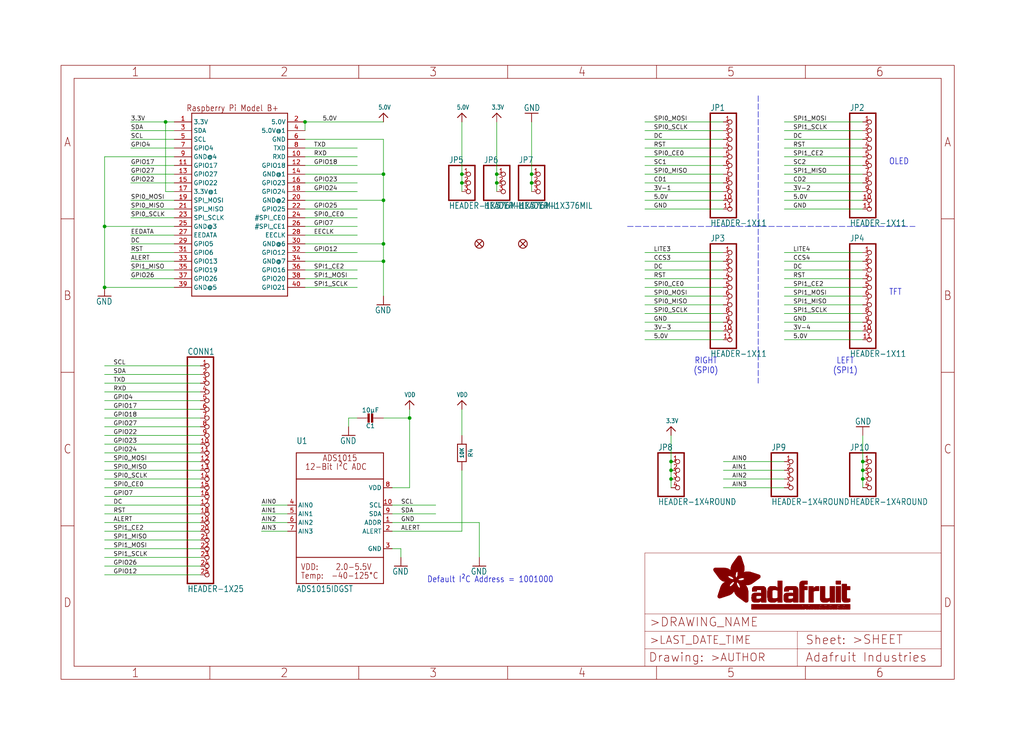
<source format=kicad_sch>
(kicad_sch (version 20211123) (generator eeschema)
  (paper "User" 298.45 217.881)
  (lib_symbols
    (symbol "eagleSchem-eagle-import:3.3V" (power)
      (property "Value" "3.3V" (at -1.524 1.016 0))
      (symbol "3.3V_1_0"
        (pin power_in line (at 0 -2.54 90) (length 2.54) (name "3.3V") (number "1"))
      )
    )
    (symbol "eagleSchem-eagle-import:5.0V" (power)
      (property "Value" "5.0V" (at -1.524 1.016 0))
      (symbol "5.0V_1_0"
        (pin power_in line (at 0 -2.54 90) (length 2.54) (name "5.0V") (number "1"))
      )
    )
    (symbol "eagleSchem-eagle-import:ADC_ADS1015"
      (property "Reference" "U" (at -12.7 20.32 0))
      (property "Value" "ADC_ADS1015" (at -12.7 -22.86 0))
      (symbol "ADC_ADS1015_1_0"
        (text "-40-125°C" (at -2.54 -19.05 0) (effects (font (size 1.778 1.5113)) (justify left bottom)))
        (text "12-Bit I²C ADC" (at -10.16 12.7 0) (effects (font (size 1.778 1.5113)) (justify left bottom)))
        (text "2.0-5.5V" (at -1.27 -16.51 0) (effects (font (size 1.778 1.5113)) (justify left bottom)))
        (text "ADS1015" (at -5.08 15.24 0) (effects (font (size 1.778 1.5113)) (justify left bottom)))
        (text "Temp:" (at -11.43 -19.05 0) (effects (font (size 1.778 1.5113)) (justify left bottom)))
        (text "VDD:" (at -11.43 -16.51 0) (effects (font (size 1.778 1.5113)) (justify left bottom)))
        (pin bidirectional line (at 15.24 -2.54 180) (length 2.54) (name "ADDR") (number "1"))
        (pin bidirectional line (at 15.24 2.54 180) (length 2.54) (name "SCL") (number "10"))
        (pin bidirectional line (at 15.24 -5.08 180) (length 2.54) (name "ALERT") (number "2"))
        (pin bidirectional line (at 15.24 -10.16 180) (length 2.54) (name "GND") (number "3"))
        (pin bidirectional line (at -15.24 2.54 0) (length 2.54) (name "AIN0") (number "4"))
        (pin bidirectional line (at -15.24 0 0) (length 2.54) (name "AIN1") (number "5"))
        (pin bidirectional line (at -15.24 -2.54 0) (length 2.54) (name "AIN2") (number "6"))
        (pin bidirectional line (at -15.24 -5.08 0) (length 2.54) (name "AIN3") (number "7"))
        (pin bidirectional line (at 15.24 7.62 180) (length 2.54) (name "VDD") (number "8"))
        (pin bidirectional line (at 15.24 0 180) (length 2.54) (name "SDA") (number "9"))
      )
    )
    (symbol "eagleSchem-eagle-import:CAP_CERAMIC0805-NOOUTLINE"
      (property "Reference" "C" (at -2.29 1.25 90))
      (property "Value" "CAP_CERAMIC0805-NOOUTLINE" (at 2.3 1.25 90))
      (symbol "CAP_CERAMIC0805-NOOUTLINE_1_0"
        (pin passive line (at 0 5.08 270) (length 2.54) (name "1") (number "1"))
        (pin passive line (at 0 -2.54 90) (length 2.54) (name "2") (number "2"))
      )
    )
    (symbol "eagleSchem-eagle-import:FIDUCIAL{dblquote}{dblquote}")
    (symbol "eagleSchem-eagle-import:FRAME_A4_ADAFRUIT"
      (symbol "FRAME_A4_ADAFRUIT_0_0"
        (text "1" (at 21.6958 1.905 0) (effects (font (size 2.54 2.286))))
        (text "1" (at 21.6958 177.165 0) (effects (font (size 2.54 2.286))))
        (text "2" (at 65.0875 1.905 0) (effects (font (size 2.54 2.286))))
        (text "2" (at 65.0875 177.165 0) (effects (font (size 2.54 2.286))))
        (text "3" (at 108.4792 1.905 0) (effects (font (size 2.54 2.286))))
        (text "3" (at 108.4792 177.165 0) (effects (font (size 2.54 2.286))))
        (text "4" (at 151.8708 1.905 0) (effects (font (size 2.54 2.286))))
        (text "4" (at 151.8708 177.165 0) (effects (font (size 2.54 2.286))))
        (text "5" (at 195.2625 1.905 0) (effects (font (size 2.54 2.286))))
        (text "5" (at 195.2625 177.165 0) (effects (font (size 2.54 2.286))))
        (text "6" (at 238.6542 1.905 0) (effects (font (size 2.54 2.286))))
        (text "6" (at 238.6542 177.165 0) (effects (font (size 2.54 2.286))))
        (text "A" (at 1.905 156.6863 0) (effects (font (size 2.54 2.286))))
        (text "A" (at 258.445 156.6863 0) (effects (font (size 2.54 2.286))))
        (text "B" (at 1.905 111.9188 0) (effects (font (size 2.54 2.286))))
        (text "B" (at 258.445 111.9188 0) (effects (font (size 2.54 2.286))))
        (text "C" (at 1.905 67.1513 0) (effects (font (size 2.54 2.286))))
        (text "C" (at 258.445 67.1513 0) (effects (font (size 2.54 2.286))))
        (text "D" (at 1.905 22.3838 0) (effects (font (size 2.54 2.286))))
        (text "D" (at 258.445 22.3838 0) (effects (font (size 2.54 2.286))))
      )
      (symbol "FRAME_A4_ADAFRUIT_1_0"
        (text ">AUTHOR" (at 189.23 5.08 0) (effects (font (size 2.286 2.286)) (justify left bottom)))
        (text ">DRAWING_NAME" (at 171.45 15.24 0) (effects (font (size 2.54 2.54)) (justify left bottom)))
        (text ">LAST_DATE_TIME" (at 171.45 10.16 0) (effects (font (size 2.286 2.286)) (justify left bottom)))
        (text ">SHEET" (at 230.505 10.16 0) (effects (font (size 2.54 2.54)) (justify left bottom)))
        (text "Adafruit Industries" (at 216.916 4.953 0) (effects (font (size 2.54 2.54)) (justify left bottom)))
        (text "Drawing:" (at 171.196 4.953 0) (effects (font (size 2.54 2.54)) (justify left bottom)))
        (text "Sheet:" (at 216.916 10.033 0) (effects (font (size 2.54 2.54)) (justify left bottom)))
      )
    )
    (symbol "eagleSchem-eagle-import:GND" (power)
      (property "Value" "GND" (at -2.54 -2.54 0))
      (symbol "GND_1_0"
        (pin power_in line (at 0 2.54 270) (length 2.54) (name "GND") (number "1"))
      )
    )
    (symbol "eagleSchem-eagle-import:HEADER-1X11"
      (property "Reference" "JP" (at -6.35 15.875 0))
      (property "Value" "HEADER-1X11" (at -6.35 -17.78 0))
      (symbol "HEADER-1X11_1_0"
        (pin passive inverted (at -2.54 12.7 0) (length 2.54) (name "1") (number "1"))
        (pin passive inverted (at -2.54 -10.16 0) (length 2.54) (name "10") (number "10"))
        (pin passive inverted (at -2.54 -12.7 0) (length 2.54) (name "11") (number "11"))
        (pin passive inverted (at -2.54 10.16 0) (length 2.54) (name "2") (number "2"))
        (pin passive inverted (at -2.54 7.62 0) (length 2.54) (name "3") (number "3"))
        (pin passive inverted (at -2.54 5.08 0) (length 2.54) (name "4") (number "4"))
        (pin passive inverted (at -2.54 2.54 0) (length 2.54) (name "5") (number "5"))
        (pin passive inverted (at -2.54 0 0) (length 2.54) (name "6") (number "6"))
        (pin passive inverted (at -2.54 -2.54 0) (length 2.54) (name "7") (number "7"))
        (pin passive inverted (at -2.54 -5.08 0) (length 2.54) (name "8") (number "8"))
        (pin passive inverted (at -2.54 -7.62 0) (length 2.54) (name "9") (number "9"))
      )
    )
    (symbol "eagleSchem-eagle-import:HEADER-1X25"
      (property "Reference" "CONN" (at -3.81 33.655 0))
      (property "Value" "HEADER-1X25" (at -3.81 -35.56 0))
      (symbol "HEADER-1X25_1_0"
        (pin passive inverted (at 0 30.48 0) (length 2.54) (name "1") (number "1"))
        (pin passive inverted (at 0 7.62 0) (length 2.54) (name "10") (number "10"))
        (pin passive inverted (at 0 5.08 0) (length 2.54) (name "11") (number "11"))
        (pin passive inverted (at 0 2.54 0) (length 2.54) (name "12") (number "12"))
        (pin passive inverted (at 0 0 0) (length 2.54) (name "13") (number "13"))
        (pin passive inverted (at 0 -2.54 0) (length 2.54) (name "14") (number "14"))
        (pin passive inverted (at 0 -5.08 0) (length 2.54) (name "15") (number "15"))
        (pin passive inverted (at 0 -7.62 0) (length 2.54) (name "16") (number "16"))
        (pin passive inverted (at 0 -10.16 0) (length 2.54) (name "17") (number "17"))
        (pin passive inverted (at 0 -12.7 0) (length 2.54) (name "18") (number "18"))
        (pin passive inverted (at 0 -15.24 0) (length 2.54) (name "19") (number "19"))
        (pin passive inverted (at 0 27.94 0) (length 2.54) (name "2") (number "2"))
        (pin passive inverted (at 0 -17.78 0) (length 2.54) (name "20") (number "20"))
        (pin passive inverted (at 0 -20.32 0) (length 2.54) (name "21") (number "21"))
        (pin passive inverted (at 0 -22.86 0) (length 2.54) (name "22") (number "22"))
        (pin passive inverted (at 0 -25.4 0) (length 2.54) (name "23") (number "23"))
        (pin passive inverted (at 0 -27.94 0) (length 2.54) (name "24") (number "24"))
        (pin passive inverted (at 0 -30.48 0) (length 2.54) (name "25") (number "25"))
        (pin passive inverted (at 0 25.4 0) (length 2.54) (name "3") (number "3"))
        (pin passive inverted (at 0 22.86 0) (length 2.54) (name "4") (number "4"))
        (pin passive inverted (at 0 20.32 0) (length 2.54) (name "5") (number "5"))
        (pin passive inverted (at 0 17.78 0) (length 2.54) (name "6") (number "6"))
        (pin passive inverted (at 0 15.24 0) (length 2.54) (name "7") (number "7"))
        (pin passive inverted (at 0 12.7 0) (length 2.54) (name "8") (number "8"))
        (pin passive inverted (at 0 10.16 0) (length 2.54) (name "9") (number "9"))
      )
    )
    (symbol "eagleSchem-eagle-import:HEADER-1X376MIL"
      (property "Reference" "JP" (at -6.35 5.715 0))
      (property "Value" "HEADER-1X376MIL" (at -6.35 -7.62 0))
      (symbol "HEADER-1X376MIL_1_0"
        (pin passive inverted (at -2.54 2.54 0) (length 2.54) (name "1") (number "1"))
        (pin passive inverted (at -2.54 0 0) (length 2.54) (name "2") (number "2"))
        (pin passive inverted (at -2.54 -2.54 0) (length 2.54) (name "3") (number "3"))
      )
    )
    (symbol "eagleSchem-eagle-import:HEADER-1X4ROUND"
      (property "Reference" "JP" (at -6.35 8.255 0))
      (property "Value" "HEADER-1X4ROUND" (at -6.35 -7.62 0))
      (symbol "HEADER-1X4ROUND_1_0"
        (pin passive inverted (at -2.54 5.08 0) (length 2.54) (name "1") (number "1"))
        (pin passive inverted (at -2.54 2.54 0) (length 2.54) (name "2") (number "2"))
        (pin passive inverted (at -2.54 0 0) (length 2.54) (name "3") (number "3"))
        (pin passive inverted (at -2.54 -2.54 0) (length 2.54) (name "4") (number "4"))
      )
    )
    (symbol "eagleSchem-eagle-import:RASPBERRYPI_BPLUS_PHAT"
      (symbol "RASPBERRYPI_BPLUS_PHAT_1_0"
        (text "Raspberry Pi Model B+" (at 12.7 25.4 0) (effects (font (size 1.778 1.5113)) (justify right top)))
        (pin power_in line (at -17.78 20.32 0) (length 5.08) (name "3.3V") (number "1"))
        (pin bidirectional line (at 20.32 10.16 180) (length 5.08) (name "RXD") (number "10"))
        (pin bidirectional line (at -17.78 7.62 0) (length 5.08) (name "GPIO17") (number "11"))
        (pin bidirectional line (at 20.32 7.62 180) (length 5.08) (name "GPIO18") (number "12"))
        (pin bidirectional line (at -17.78 5.08 0) (length 5.08) (name "GPIO27") (number "13"))
        (pin power_in line (at 20.32 5.08 180) (length 5.08) (name "GND@1") (number "14"))
        (pin bidirectional line (at -17.78 2.54 0) (length 5.08) (name "GPIO22") (number "15"))
        (pin bidirectional line (at 20.32 2.54 180) (length 5.08) (name "GPIO23") (number "16"))
        (pin power_in line (at -17.78 0 0) (length 5.08) (name "3.3V@1") (number "17"))
        (pin bidirectional line (at 20.32 0 180) (length 5.08) (name "GPIO24") (number "18"))
        (pin bidirectional line (at -17.78 -2.54 0) (length 5.08) (name "SPI_MOSI") (number "19"))
        (pin power_in line (at 20.32 20.32 180) (length 5.08) (name "5.0V") (number "2"))
        (pin power_in line (at 20.32 -2.54 180) (length 5.08) (name "GND@2") (number "20"))
        (pin bidirectional line (at -17.78 -5.08 0) (length 5.08) (name "SPI_MISO") (number "21"))
        (pin bidirectional line (at 20.32 -5.08 180) (length 5.08) (name "GPIO25") (number "22"))
        (pin bidirectional line (at -17.78 -7.62 0) (length 5.08) (name "SPI_SCLK") (number "23"))
        (pin bidirectional line (at 20.32 -7.62 180) (length 5.08) (name "#SPI_CE0") (number "24"))
        (pin power_in line (at -17.78 -10.16 0) (length 5.08) (name "GND@3") (number "25"))
        (pin bidirectional line (at 20.32 -10.16 180) (length 5.08) (name "#SPI_CE1") (number "26"))
        (pin bidirectional line (at -17.78 -12.7 0) (length 5.08) (name "EEDATA") (number "27"))
        (pin bidirectional line (at 20.32 -12.7 180) (length 5.08) (name "EECLK") (number "28"))
        (pin bidirectional line (at -17.78 -15.24 0) (length 5.08) (name "GPIO5") (number "29"))
        (pin bidirectional line (at -17.78 17.78 0) (length 5.08) (name "SDA") (number "3"))
        (pin power_in line (at 20.32 -15.24 180) (length 5.08) (name "GND@6") (number "30"))
        (pin bidirectional line (at -17.78 -17.78 0) (length 5.08) (name "GPIO6") (number "31"))
        (pin bidirectional line (at 20.32 -17.78 180) (length 5.08) (name "GPIO12") (number "32"))
        (pin bidirectional line (at -17.78 -20.32 0) (length 5.08) (name "GPIO13") (number "33"))
        (pin power_in line (at 20.32 -20.32 180) (length 5.08) (name "GND@7") (number "34"))
        (pin bidirectional line (at -17.78 -22.86 0) (length 5.08) (name "GPIO19") (number "35"))
        (pin bidirectional line (at 20.32 -22.86 180) (length 5.08) (name "GPIO16") (number "36"))
        (pin bidirectional line (at -17.78 -25.4 0) (length 5.08) (name "GPIO26") (number "37"))
        (pin bidirectional line (at 20.32 -25.4 180) (length 5.08) (name "GPIO20") (number "38"))
        (pin power_in line (at -17.78 -27.94 0) (length 5.08) (name "GND@5") (number "39"))
        (pin power_in line (at 20.32 17.78 180) (length 5.08) (name "5.0V@1") (number "4"))
        (pin bidirectional line (at 20.32 -27.94 180) (length 5.08) (name "GPIO21") (number "40"))
        (pin bidirectional line (at -17.78 15.24 0) (length 5.08) (name "SCL") (number "5"))
        (pin power_in line (at 20.32 15.24 180) (length 5.08) (name "GND") (number "6"))
        (pin bidirectional line (at -17.78 12.7 0) (length 5.08) (name "GPIO4") (number "7"))
        (pin bidirectional line (at 20.32 12.7 180) (length 5.08) (name "TXD") (number "8"))
        (pin power_in line (at -17.78 10.16 0) (length 5.08) (name "GND@4") (number "9"))
      )
    )
    (symbol "eagleSchem-eagle-import:RESISTOR0805_NOOUTLINE"
      (property "Reference" "R" (at 0 2.54 0))
      (property "Value" "RESISTOR0805_NOOUTLINE" (at 0 0 0))
      (symbol "RESISTOR0805_NOOUTLINE_1_0"
        (pin passive line (at -5.08 0 0) (length 2.54) (name "1") (number "1"))
        (pin passive line (at 5.08 0 180) (length 2.54) (name "2") (number "2"))
      )
    )
    (symbol "eagleSchem-eagle-import:VDD" (power)
      (property "Value" "VDD" (at -1.524 1.016 0))
      (symbol "VDD_1_0"
        (pin power_in line (at 0 -2.54 90) (length 2.54) (name "VDD") (number "1"))
      )
    )
  )
  (junction (at 144.78 53.34))
  (junction (at 111.76 76.2))
  (junction (at 195.58 137.16))
  (junction (at 154.94 50.8))
  (junction (at 111.76 58.42))
  (junction (at 154.94 53.34))
  (junction (at 111.76 50.8))
  (junction (at 251.46 134.62))
  (junction (at 111.76 71.12))
  (junction (at 251.46 137.16))
  (junction (at 30.48 66.04))
  (junction (at 88.9 35.56))
  (junction (at 119.38 121.92))
  (junction (at 144.78 50.8))
  (junction (at 134.62 53.34))
  (junction (at 195.58 134.62))
  (junction (at 48.26 35.56))
  (junction (at 251.46 139.7))
  (junction (at 30.48 83.82))
  (junction (at 195.58 139.7))
  (junction (at 134.62 50.8))
  (wire (pts (xy 251.46 88.9) (xy 228.6 88.9)))
  (wire (pts (xy 210.82 78.74) (xy 187.96 78.74)))
  (wire (pts (xy 88.9 60.96) (xy 104.14 60.96)))
  (wire (pts (xy 58.42 116.84) (xy 30.48 116.84)))
  (wire (pts (xy 251.46 139.7) (xy 251.46 142.24)))
  (wire (pts (xy 30.48 137.16) (xy 58.42 137.16)))
  (wire (pts (xy 119.38 121.92) (xy 119.38 119.38)))
  (wire (pts (xy 88.9 66.04) (xy 104.14 66.04)))
  (wire (pts (xy 50.8 40.64) (xy 38.1 40.64)))
  (wire (pts (xy 210.82 53.34) (xy 187.96 53.34)))
  (wire (pts (xy 58.42 165.1) (xy 30.48 165.1)))
  (wire (pts (xy 88.9 58.42) (xy 111.76 58.42)))
  (wire (pts (xy 195.58 134.62) (xy 195.58 137.16)))
  (wire (pts (xy 134.62 127) (xy 134.62 119.38)))
  (wire (pts (xy 83.82 154.94) (xy 76.2 154.94)))
  (wire (pts (xy 38.1 76.2) (xy 50.8 76.2)))
  (wire (pts (xy 210.82 91.44) (xy 187.96 91.44)))
  (wire (pts (xy 88.9 73.66) (xy 104.14 73.66)))
  (wire (pts (xy 251.46 91.44) (xy 228.6 91.44)))
  (wire (pts (xy 83.82 147.32) (xy 76.2 147.32)))
  (wire (pts (xy 30.48 132.08) (xy 58.42 132.08)))
  (wire (pts (xy 251.46 50.8) (xy 228.6 50.8)))
  (polyline (pts (xy 182.88 66.04) (xy 266.7 66.04)))
  (wire (pts (xy 114.3 160.02) (xy 116.84 160.02)))
  (wire (pts (xy 195.58 137.16) (xy 195.58 139.7)))
  (wire (pts (xy 30.48 45.72) (xy 50.8 45.72)))
  (wire (pts (xy 154.94 53.34) (xy 154.94 55.88)))
  (wire (pts (xy 210.82 43.18) (xy 187.96 43.18)))
  (wire (pts (xy 251.46 93.98) (xy 228.6 93.98)))
  (wire (pts (xy 251.46 43.18) (xy 228.6 43.18)))
  (wire (pts (xy 114.3 152.4) (xy 139.7 152.4)))
  (wire (pts (xy 83.82 152.4) (xy 76.2 152.4)))
  (wire (pts (xy 210.82 88.9) (xy 187.96 88.9)))
  (wire (pts (xy 104.14 121.92) (xy 101.6 121.92)))
  (wire (pts (xy 251.46 81.28) (xy 228.6 81.28)))
  (wire (pts (xy 251.46 53.34) (xy 228.6 53.34)))
  (wire (pts (xy 210.82 96.52) (xy 187.96 96.52)))
  (wire (pts (xy 251.46 73.66) (xy 228.6 73.66)))
  (wire (pts (xy 111.76 76.2) (xy 111.76 86.36)))
  (wire (pts (xy 210.82 73.66) (xy 187.96 73.66)))
  (wire (pts (xy 251.46 83.82) (xy 228.6 83.82)))
  (wire (pts (xy 38.1 60.96) (xy 50.8 60.96)))
  (wire (pts (xy 210.82 58.42) (xy 187.96 58.42)))
  (wire (pts (xy 116.84 160.02) (xy 116.84 162.56)))
  (wire (pts (xy 114.3 149.86) (xy 127 149.86)))
  (wire (pts (xy 210.82 83.82) (xy 187.96 83.82)))
  (wire (pts (xy 38.1 81.28) (xy 50.8 81.28)))
  (wire (pts (xy 88.9 83.82) (xy 104.14 83.82)))
  (wire (pts (xy 58.42 134.62) (xy 30.48 134.62)))
  (wire (pts (xy 251.46 48.26) (xy 228.6 48.26)))
  (wire (pts (xy 210.82 35.56) (xy 187.96 35.56)))
  (wire (pts (xy 38.1 71.12) (xy 50.8 71.12)))
  (wire (pts (xy 251.46 76.2) (xy 228.6 76.2)))
  (wire (pts (xy 50.8 68.58) (xy 38.1 68.58)))
  (wire (pts (xy 30.48 142.24) (xy 58.42 142.24)))
  (wire (pts (xy 50.8 43.18) (xy 38.1 43.18)))
  (wire (pts (xy 30.48 127) (xy 58.42 127)))
  (wire (pts (xy 210.82 50.8) (xy 187.96 50.8)))
  (wire (pts (xy 30.48 121.92) (xy 58.42 121.92)))
  (wire (pts (xy 210.82 99.06) (xy 187.96 99.06)))
  (wire (pts (xy 251.46 45.72) (xy 228.6 45.72)))
  (wire (pts (xy 210.82 40.64) (xy 187.96 40.64)))
  (wire (pts (xy 88.9 48.26) (xy 104.14 48.26)))
  (wire (pts (xy 30.48 119.38) (xy 58.42 119.38)))
  (wire (pts (xy 50.8 48.26) (xy 38.1 48.26)))
  (wire (pts (xy 210.82 81.28) (xy 187.96 81.28)))
  (wire (pts (xy 58.42 111.76) (xy 30.48 111.76)))
  (wire (pts (xy 251.46 35.56) (xy 228.6 35.56)))
  (wire (pts (xy 58.42 106.68) (xy 30.48 106.68)))
  (wire (pts (xy 83.82 149.86) (xy 76.2 149.86)))
  (wire (pts (xy 251.46 127) (xy 251.46 134.62)))
  (wire (pts (xy 134.62 50.8) (xy 134.62 35.56)))
  (wire (pts (xy 30.48 162.56) (xy 58.42 162.56)))
  (wire (pts (xy 50.8 53.34) (xy 38.1 53.34)))
  (wire (pts (xy 251.46 99.06) (xy 228.6 99.06)))
  (wire (pts (xy 50.8 35.56) (xy 48.26 35.56)))
  (wire (pts (xy 38.1 63.5) (xy 50.8 63.5)))
  (wire (pts (xy 111.76 58.42) (xy 111.76 71.12)))
  (wire (pts (xy 58.42 144.78) (xy 30.48 144.78)))
  (wire (pts (xy 210.82 45.72) (xy 187.96 45.72)))
  (wire (pts (xy 251.46 96.52) (xy 228.6 96.52)))
  (wire (pts (xy 88.9 35.56) (xy 111.76 35.56)))
  (wire (pts (xy 30.48 66.04) (xy 30.48 83.82)))
  (wire (pts (xy 139.7 152.4) (xy 139.7 162.56)))
  (wire (pts (xy 30.48 157.48) (xy 58.42 157.48)))
  (wire (pts (xy 210.82 76.2) (xy 187.96 76.2)))
  (wire (pts (xy 210.82 93.98) (xy 187.96 93.98)))
  (wire (pts (xy 88.9 81.28) (xy 104.14 81.28)))
  (wire (pts (xy 58.42 129.54) (xy 30.48 129.54)))
  (wire (pts (xy 58.42 160.02) (xy 30.48 160.02)))
  (wire (pts (xy 30.48 66.04) (xy 50.8 66.04)))
  (wire (pts (xy 101.6 121.92) (xy 101.6 124.46)))
  (wire (pts (xy 48.26 35.56) (xy 38.1 35.56)))
  (wire (pts (xy 30.48 109.22) (xy 58.42 109.22)))
  (wire (pts (xy 88.9 68.58) (xy 104.14 68.58)))
  (wire (pts (xy 134.62 53.34) (xy 134.62 50.8)))
  (wire (pts (xy 50.8 83.82) (xy 30.48 83.82)))
  (wire (pts (xy 251.46 134.62) (xy 251.46 137.16)))
  (wire (pts (xy 30.48 147.32) (xy 58.42 147.32)))
  (wire (pts (xy 210.82 38.1) (xy 187.96 38.1)))
  (wire (pts (xy 210.82 60.96) (xy 187.96 60.96)))
  (wire (pts (xy 38.1 78.74) (xy 50.8 78.74)))
  (wire (pts (xy 154.94 50.8) (xy 154.94 53.34)))
  (wire (pts (xy 144.78 50.8) (xy 144.78 53.34)))
  (wire (pts (xy 88.9 40.64) (xy 111.76 40.64)))
  (wire (pts (xy 251.46 58.42) (xy 228.6 58.42)))
  (wire (pts (xy 114.3 154.94) (xy 134.62 154.94)))
  (polyline (pts (xy 220.98 27.94) (xy 220.98 111.76)))
  (wire (pts (xy 88.9 43.18) (xy 104.14 43.18)))
  (wire (pts (xy 228.6 142.24) (xy 210.82 142.24)))
  (wire (pts (xy 48.26 55.88) (xy 50.8 55.88)))
  (wire (pts (xy 228.6 134.62) (xy 210.82 134.62)))
  (wire (pts (xy 251.46 40.64) (xy 228.6 40.64)))
  (wire (pts (xy 210.82 86.36) (xy 187.96 86.36)))
  (wire (pts (xy 50.8 38.1) (xy 38.1 38.1)))
  (wire (pts (xy 251.46 137.16) (xy 251.46 139.7)))
  (wire (pts (xy 58.42 139.7) (xy 30.48 139.7)))
  (wire (pts (xy 38.1 50.8) (xy 50.8 50.8)))
  (wire (pts (xy 88.9 76.2) (xy 111.76 76.2)))
  (wire (pts (xy 144.78 53.34) (xy 144.78 55.88)))
  (wire (pts (xy 30.48 152.4) (xy 58.42 152.4)))
  (wire (pts (xy 88.9 71.12) (xy 111.76 71.12)))
  (wire (pts (xy 88.9 55.88) (xy 104.14 55.88)))
  (wire (pts (xy 119.38 121.92) (xy 111.76 121.92)))
  (wire (pts (xy 144.78 50.8) (xy 144.78 35.56)))
  (wire (pts (xy 251.46 55.88) (xy 228.6 55.88)))
  (wire (pts (xy 88.9 53.34) (xy 104.14 53.34)))
  (wire (pts (xy 195.58 127) (xy 195.58 134.62)))
  (wire (pts (xy 30.48 167.64) (xy 58.42 167.64)))
  (wire (pts (xy 114.3 147.32) (xy 127 147.32)))
  (wire (pts (xy 228.6 137.16) (xy 210.82 137.16)))
  (wire (pts (xy 111.76 71.12) (xy 111.76 76.2)))
  (wire (pts (xy 58.42 124.46) (xy 30.48 124.46)))
  (wire (pts (xy 111.76 40.64) (xy 111.76 50.8)))
  (wire (pts (xy 251.46 60.96) (xy 228.6 60.96)))
  (wire (pts (xy 88.9 78.74) (xy 104.14 78.74)))
  (wire (pts (xy 251.46 86.36) (xy 228.6 86.36)))
  (wire (pts (xy 111.76 50.8) (xy 111.76 58.42)))
  (wire (pts (xy 195.58 139.7) (xy 195.58 142.24)))
  (wire (pts (xy 114.3 142.24) (xy 119.38 142.24)))
  (wire (pts (xy 38.1 73.66) (xy 50.8 73.66)))
  (wire (pts (xy 119.38 142.24) (xy 119.38 121.92)))
  (wire (pts (xy 228.6 139.7) (xy 210.82 139.7)))
  (wire (pts (xy 210.82 55.88) (xy 187.96 55.88)))
  (wire (pts (xy 58.42 154.94) (xy 30.48 154.94)))
  (wire (pts (xy 88.9 63.5) (xy 104.14 63.5)))
  (wire (pts (xy 134.62 154.94) (xy 134.62 137.16)))
  (wire (pts (xy 88.9 38.1) (xy 88.9 35.56)))
  (wire (pts (xy 134.62 55.88) (xy 134.62 53.34)))
  (wire (pts (xy 38.1 58.42) (xy 50.8 58.42)))
  (wire (pts (xy 251.46 78.74) (xy 228.6 78.74)))
  (wire (pts (xy 104.14 45.72) (xy 88.9 45.72)))
  (wire (pts (xy 210.82 48.26) (xy 187.96 48.26)))
  (wire (pts (xy 251.46 38.1) (xy 228.6 38.1)))
  (wire (pts (xy 58.42 149.86) (xy 30.48 149.86)))
  (wire (pts (xy 30.48 66.04) (xy 30.48 45.72)))
  (wire (pts (xy 88.9 50.8) (xy 111.76 50.8)))
  (wire (pts (xy 30.48 114.3) (xy 58.42 114.3)))
  (wire (pts (xy 48.26 55.88) (xy 48.26 35.56)))
  (wire (pts (xy 154.94 50.8) (xy 154.94 35.56)))
  (text "Default I²C Address = 1001000" (at 124.46 170.18 180) (effects (font (size 1.778 1.5113)) (justify left bottom)))
  (text "OLED" (at 259.08 48.26 180) (effects (font (size 1.778 1.5113)) (justify left bottom)))
  (text "TFT" (at 259.08 86.36 180) (effects (font (size 1.778 1.5113)) (justify left bottom)))
  (text "RIGHT\n(SPI0)" (at 205.74 109.22 180) (effects (font (size 1.778 1.5113)) (justify bottom)))
  (text "LEFT\n(SPI1)" (at 246.38 109.22 180) (effects (font (size 1.778 1.5113)) (justify bottom)))
  (label "RST" (at 231.14 43.18 0) (effects (font (size 1.2446 1.2446))))
  (label "SPI0_SCLK" (at 33.02 139.7 0) (effects (font (size 1.2446 1.2446))))
  (label "3V-1" (at 190.5 55.88 0) (effects (font (size 1.2446 1.2446))))
  (label "GPIO23" (at 33.02 129.54 0) (effects (font (size 1.2446 1.2446))))
  (label "AIN3" (at 76.2 154.94 0) (effects (font (size 1.2446 1.2446))))
  (label "SPI0_CE0" (at 33.02 142.24 0) (effects (font (size 1.2446 1.2446))))
  (label "GPIO17" (at 33.02 119.38 0) (effects (font (size 1.2446 1.2446))))
  (label "SPI1_MISO" (at 231.14 88.9 0) (effects (font (size 1.2446 1.2446))))
  (label "GPIO22" (at 38.1 53.34 0) (effects (font (size 1.2446 1.2446))))
  (label "GPIO7" (at 91.44 66.04 0) (effects (font (size 1.2446 1.2446))))
  (label "RXD" (at 91.44 45.72 0) (effects (font (size 1.2446 1.2446))))
  (label "LITE4" (at 231.14 73.66 0) (effects (font (size 1.2446 1.2446))))
  (label "AIN0" (at 213.36 134.62 0) (effects (font (size 1.2446 1.2446))))
  (label "AIN1" (at 76.2 149.86 0) (effects (font (size 1.2446 1.2446))))
  (label "SPI0_SCLK" (at 190.5 38.1 0) (effects (font (size 1.2446 1.2446))))
  (label "SDA" (at 116.84 149.86 0) (effects (font (size 1.2446 1.2446))))
  (label "SPI1_MOSI" (at 91.44 81.28 0) (effects (font (size 1.2446 1.2446))))
  (label "AIN2" (at 213.36 139.7 0) (effects (font (size 1.2446 1.2446))))
  (label "GPIO27" (at 33.02 124.46 0) (effects (font (size 1.2446 1.2446))))
  (label "GND" (at 231.14 60.96 0) (effects (font (size 1.2446 1.2446))))
  (label "SPI1_MISO" (at 231.14 50.8 0) (effects (font (size 1.2446 1.2446))))
  (label "SPI1_SCLK" (at 231.14 38.1 0) (effects (font (size 1.2446 1.2446))))
  (label "5.0V" (at 231.14 99.06 0) (effects (font (size 1.2446 1.2446))))
  (label "TXD" (at 33.02 111.76 0) (effects (font (size 1.2446 1.2446))))
  (label "5.0V" (at 190.5 58.42 0) (effects (font (size 1.2446 1.2446))))
  (label "SC1" (at 190.5 48.26 0) (effects (font (size 1.2446 1.2446))))
  (label "GPIO12" (at 33.02 167.64 0) (effects (font (size 1.2446 1.2446))))
  (label "CCS3" (at 190.5 76.2 0) (effects (font (size 1.2446 1.2446))))
  (label "RST" (at 190.5 43.18 0) (effects (font (size 1.2446 1.2446))))
  (label "DC" (at 190.5 78.74 0) (effects (font (size 1.2446 1.2446))))
  (label "CD2" (at 231.14 53.34 0) (effects (font (size 1.2446 1.2446))))
  (label "TXD" (at 91.44 43.18 0) (effects (font (size 1.2446 1.2446))))
  (label "SC2" (at 231.14 48.26 0) (effects (font (size 1.2446 1.2446))))
  (label "GPIO12" (at 91.44 73.66 0) (effects (font (size 1.2446 1.2446))))
  (label "SCL" (at 116.84 147.32 0) (effects (font (size 1.2446 1.2446))))
  (label "RXD" (at 33.02 114.3 0) (effects (font (size 1.2446 1.2446))))
  (label "RST" (at 231.14 81.28 0) (effects (font (size 1.2446 1.2446))))
  (label "GND" (at 231.14 93.98 0) (effects (font (size 1.2446 1.2446))))
  (label "GPIO18" (at 91.44 48.26 0) (effects (font (size 1.2446 1.2446))))
  (label "SPI0_MOSI" (at 33.02 134.62 0) (effects (font (size 1.2446 1.2446))))
  (label "GPIO18" (at 33.02 121.92 0) (effects (font (size 1.2446 1.2446))))
  (label "GPIO4" (at 38.1 43.18 0) (effects (font (size 1.2446 1.2446))))
  (label "GPIO17" (at 38.1 48.26 0) (effects (font (size 1.2446 1.2446))))
  (label "GPIO26" (at 38.1 81.28 0) (effects (font (size 1.2446 1.2446))))
  (label "DC" (at 33.02 147.32 0) (effects (font (size 1.2446 1.2446))))
  (label "GND" (at 116.84 152.4 0) (effects (font (size 1.2446 1.2446))))
  (label "SPI0_MOSI" (at 190.5 35.56 0) (effects (font (size 1.2446 1.2446))))
  (label "DC" (at 190.5 40.64 0) (effects (font (size 1.2446 1.2446))))
  (label "GPIO24" (at 33.02 132.08 0) (effects (font (size 1.2446 1.2446))))
  (label "SCL" (at 33.02 106.68 0) (effects (font (size 1.2446 1.2446))))
  (label "SPI0_SCLK" (at 190.5 91.44 0) (effects (font (size 1.2446 1.2446))))
  (label "RST" (at 190.5 81.28 0) (effects (font (size 1.2446 1.2446))))
  (label "DC" (at 231.14 78.74 0) (effects (font (size 1.2446 1.2446))))
  (label "SPI1_MOSI" (at 231.14 35.56 0) (effects (font (size 1.2446 1.2446))))
  (label "GND" (at 190.5 60.96 0) (effects (font (size 1.2446 1.2446))))
  (label "EECLK" (at 91.44 68.58 0) (effects (font (size 1.2446 1.2446))))
  (label "SPI0_MISO" (at 33.02 137.16 0) (effects (font (size 1.2446 1.2446))))
  (label "SCL" (at 38.1 40.64 0) (effects (font (size 1.2446 1.2446))))
  (label "3V-4" (at 231.14 96.52 0) (effects (font (size 1.2446 1.2446))))
  (label "CD1" (at 190.5 53.34 0) (effects (font (size 1.2446 1.2446))))
  (label "3V-2" (at 231.14 55.88 0) (effects (font (size 1.2446 1.2446))))
  (label "SDA" (at 33.02 109.22 0) (effects (font (size 1.2446 1.2446))))
  (label "SPI0_MISO" (at 190.5 88.9 0) (effects (font (size 1.2446 1.2446))))
  (label "3.3V" (at 38.1 35.56 0) (effects (font (size 1.2446 1.2446))))
  (label "SPI1_MOSI" (at 231.14 86.36 0) (effects (font (size 1.2446 1.2446))))
  (label "LITE3" (at 190.5 73.66 0) (effects (font (size 1.2446 1.2446))))
  (label "SDA" (at 38.1 38.1 0) (effects (font (size 1.2446 1.2446))))
  (label "SPI1_SCLK" (at 33.02 162.56 0) (effects (font (size 1.2446 1.2446))))
  (label "SPI0_MISO" (at 38.1 60.96 0) (effects (font (size 1.2446 1.2446))))
  (label "SPI1_CE2" (at 33.02 154.94 0) (effects (font (size 1.2446 1.2446))))
  (label "GND" (at 190.5 93.98 0) (effects (font (size 1.2446 1.2446))))
  (label "EEDATA" (at 38.1 68.58 0) (effects (font (size 1.2446 1.2446))))
  (label "GPIO7" (at 33.02 144.78 0) (effects (font (size 1.2446 1.2446))))
  (label "RST" (at 38.1 73.66 0) (effects (font (size 1.2446 1.2446))))
  (label "GPIO23" (at 91.44 53.34 0) (effects (font (size 1.2446 1.2446))))
  (label "RST" (at 33.02 149.86 0) (effects (font (size 1.2446 1.2446))))
  (label "DC" (at 231.14 40.64 0) (effects (font (size 1.2446 1.2446))))
  (label "GPIO25" (at 91.44 60.96 0) (effects (font (size 1.2446 1.2446))))
  (label "AIN2" (at 76.2 152.4 0) (effects (font (size 1.2446 1.2446))))
  (label "SPI1_SCLK" (at 91.44 83.82 0) (effects (font (size 1.2446 1.2446))))
  (label "SPI1_SCLK" (at 231.14 91.44 0) (effects (font (size 1.2446 1.2446))))
  (label "SPI0_MOSI" (at 190.5 86.36 0) (effects (font (size 1.2446 1.2446))))
  (label "GPIO24" (at 91.44 55.88 0) (effects (font (size 1.2446 1.2446))))
  (label "SPI1_MOSI" (at 33.02 160.02 0) (effects (font (size 1.2446 1.2446))))
  (label "SPI0_SCLK" (at 38.1 63.5 0) (effects (font (size 1.2446 1.2446))))
  (label "SPI0_CE0" (at 190.5 83.82 0) (effects (font (size 1.2446 1.2446))))
  (label "ALERT" (at 38.1 76.2 0) (effects (font (size 1.2446 1.2446))))
  (label "3V-3" (at 190.5 96.52 0) (effects (font (size 1.2446 1.2446))))
  (label "SPI0_MISO" (at 190.5 50.8 0) (effects (font (size 1.2446 1.2446))))
  (label "SPI1_CE2" (at 231.14 83.82 0) (effects (font (size 1.2446 1.2446))))
  (label "5.0V" (at 231.14 58.42 0) (effects (font (size 1.2446 1.2446))))
  (label "ALERT" (at 116.84 154.94 0) (effects (font (size 1.2446 1.2446))))
  (label "AIN1" (at 213.36 137.16 0) (effects (font (size 1.2446 1.2446))))
  (label "GPIO22" (at 33.02 127 0) (effects (font (size 1.2446 1.2446))))
  (label "5.0V" (at 190.5 99.06 0) (effects (font (size 1.2446 1.2446))))
  (label "GPIO27" (at 38.1 50.8 0) (effects (font (size 1.2446 1.2446))))
  (label "GPIO26" (at 33.02 165.1 0) (effects (font (size 1.2446 1.2446))))
  (label "SPI0_MOSI" (at 38.1 58.42 0) (effects (font (size 1.2446 1.2446))))
  (label "GPIO4" (at 33.02 116.84 0) (effects (font (size 1.2446 1.2446))))
  (label "DC" (at 38.1 71.12 0) (effects (font (size 1.2446 1.2446))))
  (label "SPI1_MISO" (at 38.1 78.74 0) (effects (font (size 1.2446 1.2446))))
  (label "ALERT" (at 33.02 152.4 0) (effects (font (size 1.2446 1.2446))))
  (label "AIN3" (at 213.36 142.24 0) (effects (font (size 1.2446 1.2446))))
  (label "5.0V" (at 93.98 35.56 0) (effects (font (size 1.2446 1.2446))))
  (label "AIN0" (at 76.2 147.32 0) (effects (font (size 1.2446 1.2446))))
  (label "SPI1_CE2" (at 91.44 78.74 0) (effects (font (size 1.2446 1.2446))))
  (label "SPI1_MISO" (at 33.02 157.48 0) (effects (font (size 1.2446 1.2446))))
  (label "SPI1_CE2" (at 231.14 45.72 0) (effects (font (size 1.2446 1.2446))))
  (label "SPI0_CE0" (at 190.5 45.72 0) (effects (font (size 1.2446 1.2446))))
  (label "CCS4" (at 231.14 76.2 0) (effects (font (size 1.2446 1.2446))))
  (label "SPI0_CE0" (at 91.44 63.5 0) (effects (font (size 1.2446 1.2446))))
  (symbol (lib_id "eagleSchem-eagle-import:HEADER-1X25") (at 58.42 137.16 0) (unit 1)
    (property "Reference" "CONN1" (at 54.61 103.505 0) (effects (font (size 1.778 1.5113)) (justify left bottom)))
    (property "Value" "HEADER-1X25" (at 54.61 172.72 0) (effects (font (size 1.778 1.5113)) (justify left bottom)))
    (property "Footprint" "eagleSchem:1X25_ROUND_70MIL" (effects hide))
  )
  (symbol (lib_id "eagleSchem-eagle-import:CAP_CERAMIC0805-NOOUTLINE") (at 109.22 121.92 90) (unit 1)
    (property "Reference" "C1" (at 107.97 124.21 90))
    (property "Value" "10µF" (at 107.97 119.62 90))
    (property "Footprint" "eagleSchem:0805-NO" (effects hide))
  )
  (symbol (lib_id "eagleSchem-eagle-import:GND") (at 139.7 165.1 0) (unit 1)
    (property "Reference" "#U$6" (effects hide))
    (property "Value" "GND" (at 137.16 167.64 0) (effects (font (size 1.778 1.5113)) (justify left bottom)))
    (property "Footprint" "eagleSchem:" (effects hide))
  )
  (symbol (lib_id "eagleSchem-eagle-import:5.0V") (at 134.62 33.02 0) (unit 1)
    (property "Reference" "#U$22" (effects hide))
    (property "Value" "5.0V" (at 133.096 32.004 0) (effects (font (size 1.27 1.0795)) (justify left bottom)))
    (property "Footprint" "eagleSchem:" (effects hide))
  )
  (symbol (lib_id "eagleSchem-eagle-import:3.3V") (at 144.78 33.02 0) (unit 1)
    (property "Reference" "#U$21" (effects hide))
    (property "Value" "3.3V" (at 143.256 32.004 0) (effects (font (size 1.27 1.0795)) (justify left bottom)))
    (property "Footprint" "eagleSchem:" (effects hide))
  )
  (symbol (lib_id "eagleSchem-eagle-import:HEADER-1X376MIL") (at 147.32 53.34 0) (unit 1)
    (property "Reference" "JP6" (at 140.97 47.625 0) (effects (font (size 1.778 1.5113)) (justify left bottom)))
    (property "Value" "HEADER-1X376MIL" (at 140.97 60.96 0) (effects (font (size 1.778 1.5113)) (justify left bottom)))
    (property "Footprint" "eagleSchem:1X03_ROUND_76" (effects hide))
  )
  (symbol (lib_id "eagleSchem-eagle-import:HEADER-1X11") (at 254 48.26 0) (unit 1)
    (property "Reference" "JP2" (at 247.65 32.385 0) (effects (font (size 1.778 1.5113)) (justify left bottom)))
    (property "Value" "HEADER-1X11" (at 247.65 66.04 0) (effects (font (size 1.778 1.5113)) (justify left bottom)))
    (property "Footprint" "eagleSchem:1X11_ROUND" (effects hide))
  )
  (symbol (lib_id "eagleSchem-eagle-import:VDD") (at 134.62 116.84 0) (unit 1)
    (property "Reference" "#U$4" (effects hide))
    (property "Value" "VDD" (at 133.096 115.824 0) (effects (font (size 1.27 1.0795)) (justify left bottom)))
    (property "Footprint" "eagleSchem:" (effects hide))
  )
  (symbol (lib_id "eagleSchem-eagle-import:GND") (at 251.46 124.46 180) (unit 1)
    (property "Reference" "#GND3" (effects hide))
    (property "Value" "GND" (at 254 121.92 0) (effects (font (size 1.778 1.5113)) (justify left bottom)))
    (property "Footprint" "eagleSchem:" (effects hide))
  )
  (symbol (lib_id "eagleSchem-eagle-import:HEADER-1X11") (at 213.36 48.26 0) (unit 1)
    (property "Reference" "JP1" (at 207.01 32.385 0) (effects (font (size 1.778 1.5113)) (justify left bottom)))
    (property "Value" "HEADER-1X11" (at 207.01 66.04 0) (effects (font (size 1.778 1.5113)) (justify left bottom)))
    (property "Footprint" "eagleSchem:1X11_ROUND" (effects hide))
  )
  (symbol (lib_id "eagleSchem-eagle-import:VDD") (at 119.38 116.84 0) (unit 1)
    (property "Reference" "#U$3" (effects hide))
    (property "Value" "VDD" (at 117.856 115.824 0) (effects (font (size 1.27 1.0795)) (justify left bottom)))
    (property "Footprint" "eagleSchem:" (effects hide))
  )
  (symbol (lib_id "eagleSchem-eagle-import:FIDUCIAL{dblquote}{dblquote}") (at 152.4 71.12 0) (unit 1)
    (property "Reference" "FID2" (effects hide))
    (property "Value" "FIDUCIAL{dblquote}{dblquote}" (effects hide))
    (property "Footprint" "eagleSchem:FIDUCIAL_1MM" (effects hide))
  )
  (symbol (lib_id "eagleSchem-eagle-import:3.3V") (at 195.58 124.46 0) (unit 1)
    (property "Reference" "#U$1" (effects hide))
    (property "Value" "3.3V" (at 194.056 123.444 0) (effects (font (size 1.27 1.0795)) (justify left bottom)))
    (property "Footprint" "eagleSchem:" (effects hide))
  )
  (symbol (lib_id "eagleSchem-eagle-import:FIDUCIAL{dblquote}{dblquote}") (at 139.7 71.12 0) (unit 1)
    (property "Reference" "FID1" (effects hide))
    (property "Value" "FIDUCIAL{dblquote}{dblquote}" (effects hide))
    (property "Footprint" "eagleSchem:FIDUCIAL_1MM" (effects hide))
  )
  (symbol (lib_id "eagleSchem-eagle-import:HEADER-1X11") (at 213.36 86.36 0) (unit 1)
    (property "Reference" "JP3" (at 207.01 70.485 0) (effects (font (size 1.778 1.5113)) (justify left bottom)))
    (property "Value" "HEADER-1X11" (at 207.01 104.14 0) (effects (font (size 1.778 1.5113)) (justify left bottom)))
    (property "Footprint" "eagleSchem:1X11_ROUND" (effects hide))
  )
  (symbol (lib_id "eagleSchem-eagle-import:GND") (at 30.48 86.36 0) (unit 1)
    (property "Reference" "#GND1" (effects hide))
    (property "Value" "GND" (at 27.94 88.9 0) (effects (font (size 1.778 1.5113)) (justify left bottom)))
    (property "Footprint" "eagleSchem:" (effects hide))
  )
  (symbol (lib_id "eagleSchem-eagle-import:HEADER-1X4ROUND") (at 198.12 139.7 0) (unit 1)
    (property "Reference" "JP8" (at 191.77 131.445 0) (effects (font (size 1.778 1.5113)) (justify left bottom)))
    (property "Value" "HEADER-1X4ROUND" (at 191.77 147.32 0) (effects (font (size 1.778 1.5113)) (justify left bottom)))
    (property "Footprint" "eagleSchem:1X04_ROUND" (effects hide))
  )
  (symbol (lib_id "eagleSchem-eagle-import:GND") (at 154.94 33.02 180) (unit 1)
    (property "Reference" "#GND5" (effects hide))
    (property "Value" "GND" (at 157.48 30.48 0) (effects (font (size 1.778 1.5113)) (justify left bottom)))
    (property "Footprint" "eagleSchem:" (effects hide))
  )
  (symbol (lib_id "eagleSchem-eagle-import:HEADER-1X4ROUND") (at 231.14 139.7 0) (unit 1)
    (property "Reference" "JP9" (at 224.79 131.445 0) (effects (font (size 1.778 1.5113)) (justify left bottom)))
    (property "Value" "HEADER-1X4ROUND" (at 224.79 147.32 0) (effects (font (size 1.778 1.5113)) (justify left bottom)))
    (property "Footprint" "eagleSchem:1X04_ROUND" (effects hide))
  )
  (symbol (lib_id "eagleSchem-eagle-import:HEADER-1X376MIL") (at 157.48 53.34 0) (unit 1)
    (property "Reference" "JP7" (at 151.13 47.625 0) (effects (font (size 1.778 1.5113)) (justify left bottom)))
    (property "Value" "HEADER-1X376MIL" (at 151.13 60.96 0) (effects (font (size 1.778 1.5113)) (justify left bottom)))
    (property "Footprint" "eagleSchem:1X03_ROUND_76" (effects hide))
  )
  (symbol (lib_id "eagleSchem-eagle-import:RESISTOR0805_NOOUTLINE") (at 134.62 132.08 270) (unit 1)
    (property "Reference" "R4" (at 137.16 132.08 0))
    (property "Value" "10K" (at 134.62 132.08 0) (effects (font (size 1.016 1.016) bold)))
    (property "Footprint" "eagleSchem:0805-NO" (effects hide))
  )
  (symbol (lib_id "eagleSchem-eagle-import:FRAME_A4_ADAFRUIT") (at 17.78 198.12 0) (unit 1)
    (property "Reference" "#U$7" (effects hide))
    (property "Value" "FRAME_A4_ADAFRUIT" (effects hide))
    (property "Footprint" "eagleSchem:" (effects hide))
  )
  (symbol (lib_id "eagleSchem-eagle-import:GND") (at 101.6 127 0) (unit 1)
    (property "Reference" "#U$2" (effects hide))
    (property "Value" "GND" (at 99.06 129.54 0) (effects (font (size 1.778 1.5113)) (justify left bottom)))
    (property "Footprint" "eagleSchem:" (effects hide))
  )
  (symbol (lib_id "eagleSchem-eagle-import:RASPBERRYPI_BPLUS_PHAT") (at 68.58 55.88 0) (unit 1)
    (property "Reference" "RPI1" (effects hide))
    (property "Value" "RASPBERRYPI_BPLUS_PHAT" (effects hide))
    (property "Footprint" "eagleSchem:PI_BONNET" (effects hide))
  )
  (symbol (lib_id "eagleSchem-eagle-import:HEADER-1X11") (at 254 86.36 0) (unit 1)
    (property "Reference" "JP4" (at 247.65 70.485 0) (effects (font (size 1.778 1.5113)) (justify left bottom)))
    (property "Value" "HEADER-1X11" (at 247.65 104.14 0) (effects (font (size 1.778 1.5113)) (justify left bottom)))
    (property "Footprint" "eagleSchem:1X11_ROUND" (effects hide))
  )
  (symbol (lib_id "eagleSchem-eagle-import:HEADER-1X4ROUND") (at 254 139.7 0) (unit 1)
    (property "Reference" "JP10" (at 247.65 131.445 0) (effects (font (size 1.778 1.5113)) (justify left bottom)))
    (property "Value" "HEADER-1X4ROUND" (at 247.65 147.32 0) (effects (font (size 1.778 1.5113)) (justify left bottom)))
    (property "Footprint" "eagleSchem:1X04_ROUND" (effects hide))
  )
  (symbol (lib_id "eagleSchem-eagle-import:GND") (at 111.76 88.9 0) (unit 1)
    (property "Reference" "#GND2" (effects hide))
    (property "Value" "GND" (at 109.22 91.44 0) (effects (font (size 1.778 1.5113)) (justify left bottom)))
    (property "Footprint" "eagleSchem:" (effects hide))
  )
  (symbol (lib_id "eagleSchem-eagle-import:HEADER-1X376MIL") (at 137.16 53.34 0) (unit 1)
    (property "Reference" "JP5" (at 130.81 47.625 0) (effects (font (size 1.778 1.5113)) (justify left bottom)))
    (property "Value" "HEADER-1X376MIL" (at 130.81 60.96 0) (effects (font (size 1.778 1.5113)) (justify left bottom)))
    (property "Footprint" "eagleSchem:1X03_ROUND_76" (effects hide))
  )
  (symbol (lib_id "eagleSchem-eagle-import:5.0V") (at 111.76 33.02 0) (unit 1)
    (property "Reference" "#U$14" (effects hide))
    (property "Value" "5.0V" (at 110.236 32.004 0) (effects (font (size 1.27 1.0795)) (justify left bottom)))
    (property "Footprint" "eagleSchem:" (effects hide))
  )
  (symbol (lib_id "eagleSchem-eagle-import:GND") (at 116.84 165.1 0) (unit 1)
    (property "Reference" "#U$5" (effects hide))
    (property "Value" "GND" (at 114.3 167.64 0) (effects (font (size 1.778 1.5113)) (justify left bottom)))
    (property "Footprint" "eagleSchem:" (effects hide))
  )
  (symbol (lib_id "eagleSchem-eagle-import:ADC_ADS1015") (at 99.06 149.86 0) (unit 1)
    (property "Reference" "U1" (at 86.36 129.54 0) (effects (font (size 1.778 1.5113)) (justify left bottom)))
    (property "Value" "ADS1015IDGST" (at 86.36 172.72 0) (effects (font (size 1.778 1.5113)) (justify left bottom)))
    (property "Footprint" "eagleSchem:MSOP10" (effects hide))
  )
)
</source>
